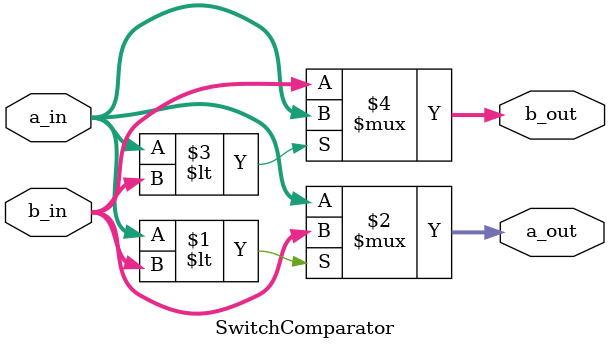
<source format=v>
module SwitchComparator (
    input wire [31:0] a_in,
    input wire [31:0] b_in,
    output wire [31:0] a_out,
    output wire [31:0] b_out
    );
    // make sure b_out <= a_out
    assign a_out = (a_in < b_in) ? b_in : a_in;
    assign b_out = (a_in < b_in) ? a_in : b_in;
    
endmodule

</source>
